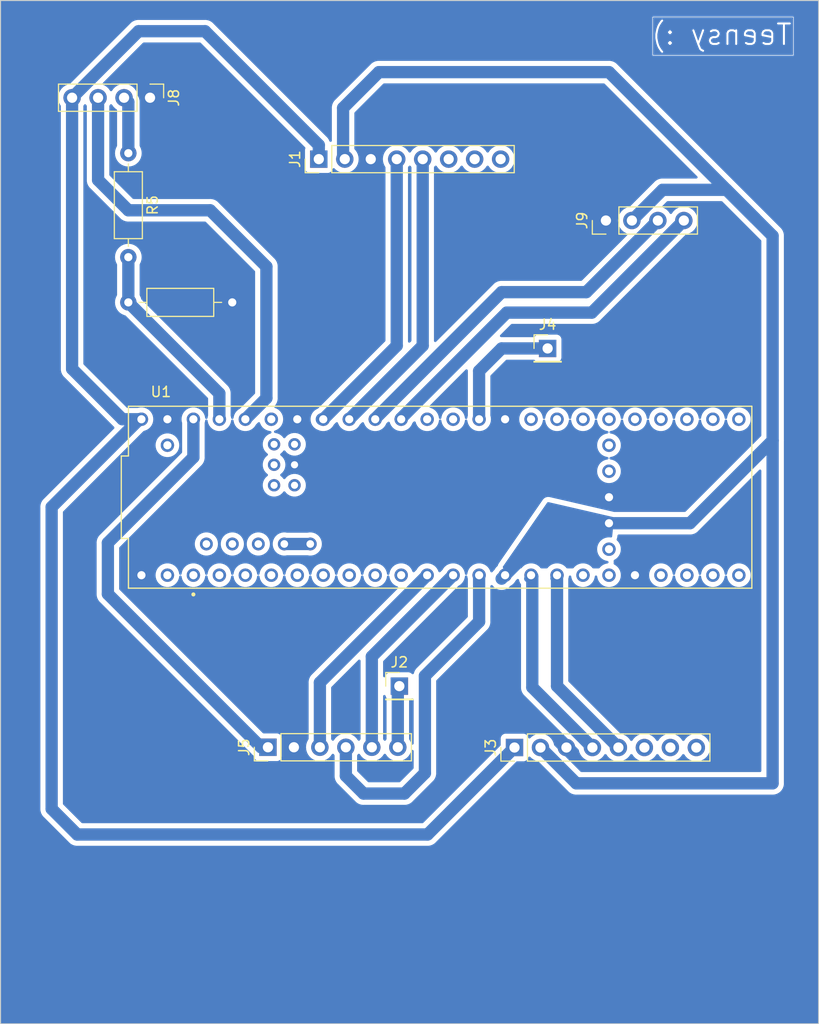
<source format=kicad_pcb>
(kicad_pcb (version 20221018) (generator pcbnew)
  (layers (0 "F.Cu" signal) (31 "B.Cu" signal) (34 "B.Paste" user) (35 "F.Paste" user) (36 "B.SilkS" user "B.Silkscreen") (37 "F.SilkS" user "F.Silkscreen") (38 "B.Mask" user) (39 "F.Mask" user) (44 "Edge.Cuts" user))
  (net 0 "")
  (net 1 "GND")
  (net 2 "5V")
  (net 3 "3V3")
  (net 4 "Net-(J5-Pin_3)")
  (net 5 "Net-(J5-Pin_4)")
  (net 6 "Net-(J5-Pin_5)")
  (net 7 "Net-(J8-Pin_2)")
  (net 8 "Net-(J8-Pin_3)")
  (net 21 "Net-(U1-USB_GND-PadUSB_GND1)")
  (net 34 "Net-(U1-A9)")
  (net 49 "Net-(J1-Pin_4)")
  (net 53 "Net-(J2-Pin_1)")
  (net 54 "Net-(J4-Pin_1)")
  (net 55 "Net-(J9-Pin_3)")
  (net 56 "Net-(J9-Pin_4)")
  (net 58 "unconnected-(U1-CTX3-Pad31)")
  (net 59 "Net-(J1-Pin_5)")
  (net 60 "Net-(J3-Pin_4)")
  (net 61 "Net-(J3-Pin_5)")
  (footprint "Connector_PinHeader_2.54mm:PinHeader_1x06_P2.54mm_Vertical" (layer "F.Cu") (at -23.8502 23.4748 90)
    (fp_text reference "J5" (at 0 -2.33 90) (layer "F.SilkS"))
    (fp_text value "Conn_01x06_Socket" hide)
    (fp_line (start -1.33 -1.33) (end 0 -1.33) (stroke (width 0.12)) (layer "F.SilkS"))
    (fp_line (start -1.33 0) (end -1.33 -1.33) (stroke (width 0.12)) (layer "F.SilkS"))
    (fp_line (start -1.33 1.27) (end -1.33 14.03) (stroke (width 0.12)) (layer "F.SilkS"))
    (fp_line (start -1.33 1.27) (end 1.33 1.27) (stroke (width 0.12)) (layer "F.SilkS"))
    (fp_line (start -1.33 14.03) (end 1.33 14.03) (stroke (width 0.12)) (layer "F.SilkS"))
    (fp_line (start 1.33 1.27) (end 1.33 14.03) (stroke (width 0.12)) (layer "F.SilkS"))
    (pad "1" thru_hole rect (at 0 0 90) (size 1.7 1.7) (drill 1) (layers "*.Cu" "*.Mask") (net 3 "3V3"))
    (pad "2" thru_hole oval (at 0 2.54 90) (size 1.7 1.7) (drill 1) (layers "*.Cu" "*.Mask") (net 1 "GND"))
    (pad "3" thru_hole oval (at 0 5.08 90) (size 1.7 1.7) (drill 1) (layers "*.Cu" "*.Mask") (net 4 "Net-(J5-Pin_3)"))
    (pad "4" thru_hole oval (at 0 7.62 90) (size 1.7 1.7) (drill 1) (layers "*.Cu" "*.Mask") (net 5 "Net-(J5-Pin_4)"))
    (pad "5" thru_hole oval (at 0 10.16 90) (size 1.7 1.7) (drill 1) (layers "*.Cu" "*.Mask") (net 6 "Net-(J5-Pin_5)"))
    (pad "6" thru_hole oval (at 0 12.7 90) (size 1.7 1.7) (drill 1) (layers "*.Cu" "*.Mask") (net 53 "Net-(J2-Pin_1)"))
  )
  (footprint "DEV-16771:MODULE_DEV-16771" (layer "F.Cu") (at -7.01 -0.96)
    (fp_text reference "U1" (at -27.305 -10.295) (layer "F.SilkS"))
    (fp_text value "DEV-16771")
    (fp_line (start -31.18 4.03) (end -31.18 -4.03) (stroke (width 0.127)) (layer "F.SilkS"))
    (fp_line (start -30.48 -8.89) (end -30.48 -4.03) (stroke (width 0.127)) (layer "F.SilkS"))
    (fp_line (start -30.48 -8.89) (end 30.48 -8.89) (stroke (width 0.127)) (layer "F.SilkS"))
    (fp_line (start -30.48 -4.03) (end -31.18 -4.03) (stroke (width 0.127)) (layer "F.SilkS"))
    (fp_line (start -30.48 4.03) (end -31.18 4.03) (stroke (width 0.127)) (layer "F.SilkS"))
    (fp_line (start -30.48 8.89) (end -30.48 4.03) (stroke (width 0.127)) (layer "F.SilkS"))
    (fp_line (start 30.48 -8.89) (end 30.48 8.89) (stroke (width 0.127)) (layer "F.SilkS"))
    (fp_line (start 30.48 8.89) (end -30.48 8.89) (stroke (width 0.127)) (layer "F.SilkS"))
    (fp_circle (center -24.13 9.5) (end -24.03 9.5) (stroke (width 0.2)) (fill none) (layer "F.SilkS"))
    (pad "0" thru_hole circle (at -26.67 7.62) (size 1.308 1.308) (drill 0.8) (layers "*.Cu" "*.Mask"))
    (pad "1" thru_hole circle (at -24.13 7.62) (size 1.308 1.308) (drill 0.8) (layers "*.Cu" "*.Mask"))
    (pad "2" thru_hole circle (at -21.59 7.62) (size 1.308 1.308) (drill 0.8) (layers "*.Cu" "*.Mask"))
    (pad "3" thru_hole circle (at -19.05 7.62) (size 1.308 1.308) (drill 0.8) (layers "*.Cu" "*.Mask"))
    (pad "3.3V_1" thru_hole circle (at 6.35 7.62) (size 1.308 1.308) (drill 0.8) (layers "*.Cu" "*.Mask") (net 3 "3V3"))
    (pad "3.3V_2" thru_hole circle (at -24.13 -7.62) (size 1.308 1.308) (drill 0.8) (layers "*.Cu" "*.Mask") (net 3 "3V3"))
    (pad "3.3V_3" thru_hole circle (at 16.51 2.54) (size 1.308 1.308) (drill 0.8) (layers "*.Cu" "*.Mask") (net 3 "3V3"))
    (pad "4" thru_hole circle (at -16.51 7.62) (size 1.308 1.308) (drill 0.8) (layers "*.Cu" "*.Mask"))
    (pad "5" thru_hole circle (at -13.97 7.62) (size 1.308 1.308) (drill 0.8) (layers "*.Cu" "*.Mask"))
    (pad "5V" thru_hole circle (at -22.86 4.57) (size 1.258 1.258) (drill 0.75) (layers "*.Cu" "*.Mask"))
    (pad "6" thru_hole circle (at -11.43 7.62) (size 1.308 1.308) (drill 0.8) (layers "*.Cu" "*.Mask"))
    (pad "7" thru_hole circle (at -8.89 7.62) (size 1.308 1.308) (drill 0.8) (layers "*.Cu" "*.Mask"))
    (pad "8" thru_hole circle (at -6.35 7.62) (size 1.308 1.308) (drill 0.8) (layers "*.Cu" "*.Mask"))
    (pad "9" thru_hole circle (at -3.81 7.62) (size 1.308 1.308) (drill 0.8) (layers "*.Cu" "*.Mask"))
    (pad "10" thru_hole circle (at -1.27 7.62) (size 1.308 1.308) (drill 0.8) (layers "*.Cu" "*.Mask") (net 4 "Net-(J5-Pin_3)"))
    (pad "11" thru_hole circle (at 1.27 7.62) (size 1.308 1.308) (drill 0.8) (layers "*.Cu" "*.Mask") (net 6 "Net-(J5-Pin_5)"))
    (pad "12" thru_hole circle (at 3.81 7.62) (size 1.308 1.308) (drill 0.8) (layers "*.Cu" "*.Mask") (net 5 "Net-(J5-Pin_4)"))
    (pad "13" thru_hole circle (at 3.81 -7.62) (size 1.308 1.308) (drill 0.8) (layers "*.Cu" "*.Mask") (net 54 "Net-(J4-Pin_1)"))
    (pad "14" thru_hole circle (at 1.27 -7.62) (size 1.308 1.308) (drill 0.8) (layers "*.Cu" "*.Mask"))
    (pad "15" thru_hole circle (at -1.27 -7.62) (size 1.308 1.308) (drill 0.8) (layers "*.Cu" "*.Mask"))
    (pad "16" thru_hole circle (at -3.81 -7.62) (size 1.308 1.308) (drill 0.8) (layers "*.Cu" "*.Mask") (net 56 "Net-(J9-Pin_4)"))
    (pad "17" thru_hole circle (at -6.35 -7.62) (size 1.308 1.308) (drill 0.8) (layers "*.Cu" "*.Mask") (net 55 "Net-(J9-Pin_3)"))
    (pad "18" thru_hole circle (at -8.89 -7.62) (size 1.308 1.308) (drill 0.8) (layers "*.Cu" "*.Mask") (net 59 "Net-(J1-Pin_5)"))
    (pad "19" thru_hole circle (at -11.43 -7.62) (size 1.308 1.308) (drill 0.8) (layers "*.Cu" "*.Mask") (net 49 "Net-(J1-Pin_4)"))
    (pad "20" thru_hole circle (at -13.97 -7.62) (size 1.308 1.308) (drill 0.8) (layers "*.Cu" "*.Mask") (net 1 "GND"))
    (pad "21" thru_hole circle (at -16.51 -7.62) (size 1.308 1.308) (drill 0.8) (layers "*.Cu" "*.Mask"))
    (pad "22" thru_hole circle (at -19.05 -7.62) (size 1.308 1.308) (drill 0.8) (layers "*.Cu" "*.Mask") (net 8 "Net-(J8-Pin_3)"))
    (pad "23" thru_hole circle (at -21.59 -7.62) (size 1.308 1.308) (drill 0.8) (layers "*.Cu" "*.Mask") (net 34 "Net-(U1-A9)"))
    (pad "24" thru_hole circle (at 8.89 7.62) (size 1.308 1.308) (drill 0.8) (layers "*.Cu" "*.Mask") (net 60 "Net-(J3-Pin_4)"))
    (pad "25" thru_hole circle (at 11.43 7.62) (size 1.308 1.308) (drill 0.8) (layers "*.Cu" "*.Mask") (net 61 "Net-(J3-Pin_5)"))
    (pad "26" thru_hole circle (at 13.97 7.62) (size 1.308 1.308) (drill 0.8) (layers "*.Cu" "*.Mask"))
    (pad "27" thru_hole circle (at 16.51 7.62) (size 1.308 1.308) (drill 0.8) (layers "*.Cu" "*.Mask"))
    (pad "28" thru_hole circle (at 19.05 7.62) (size 1.308 1.308) (drill 0.8) (layers "*.Cu" "*.Mask") (net 1 "GND"))
    (pad "29" thru_hole circle (at 21.59 7.62) (size 1.308 1.308) (drill 0.8) (layers "*.Cu" "*.Mask"))
    (pad "30" thru_hole circle (at 24.13 7.62) (size 1.308 1.308) (drill 0.8) (layers "*.Cu" "*.Mask"))
    (pad "31" thru_hole circle (at 26.67 7.62) (size 1.308 1.308) (drill 0.8) (layers "*.Cu" "*.Mask") (net 58 "unconnected-(U1-CTX3-Pad31)"))
    (pad "32" thru_hole circle (at 29.21 7.62) (size 1.308 1.308) (drill 0.8) (layers "*.Cu" "*.Mask"))
    (pad "33" thru_hole circle (at 29.21 -7.62) (size 1.308 1.308) (drill 0.8) (layers "*.Cu" "*.Mask"))
    (pad "34" thru_hole circle (at 26.67 -7.62) (size 1.308 1.308) (drill 0.8) (layers "*.Cu" "*.Mask"))
    (pad "35" thru_hole circle (at 24.13 -7.62) (size 1.308 1.308) (drill 0.8) (layers "*.Cu" "*.Mask"))
    (pad "36" thru_hole circle (at 21.59 -7.62) (size 1.308 1.308) (drill 0.8) (layers "*.Cu" "*.Mask"))
    (pad "37" thru_hole circle (at 19.05 -7.62) (size 1.308 1.308) (drill 0.8) (layers "*.Cu" "*.Mask"))
    (pad "38" thru_hole circle (at 16.51 -7.62) (size 1.308 1.308) (drill 0.8) (layers "*.Cu" "*.Mask"))
    (pad "39" thru_hole circle (at 13.97 -7.62) (size 1.308 1.308) (drill 0.8) (layers "*.Cu" "*.Mask"))
    (pad "40" thru_hole circle (at 11.43 -7.62) (size 1.308 1.308) (drill 0.8) (layers "*.Cu" "*.Mask"))
    (pad "41" thru_hole circle (at 8.89 -7.62) (size 1.308 1.308) (drill 0.8) (layers "*.Cu" "*.Mask"))
    (pad "D+" thru_hole circle (at -17.78 4.57) (size 1.258 1.258) (drill 0.75) (layers "*.Cu" "*.Mask"))
    (pad "D-" thru_hole circle (at -20.32 4.57) (size 1.258 1.258) (drill 0.75) (layers "*.Cu" "*.Mask"))
    (pad "GND1" thru_hole circle (at -29.21 7.62) (size 1.308 1.308) (drill 0.8) (layers "*.Cu" "*.Mask") (net 1 "GND"))
    (pad "GND2" thru_hole circle (at 6.35 -7.62) (size 1.308 1.308) (drill 0.8) (layers "*.Cu" "*.Mask") (net 1 "GND"))
    (pad "GND3" thru_hole circle (at -26.67 -7.62) (size 1.308 1.308) (drill 0.8) (layers "*.Cu" "*.Mask") (net 1 "GND"))
    (pad "GND4" thru_hole circle (at 16.51 0) (size 1.308 1.308) (drill 0.8) (layers "*.Cu" "*.Mask") (net 1 "GND"))
    (pad "GND5" thru_hole circle (at -14.24 -3.17) (size 1.208 1.208) (drill 0.7) (layers "*.Cu" "*.Mask") (net 1 "GND"))
    (pad "LED" thru_hole circle (at -16.24 -3.17) (size 1.208 1.208) (drill 0.7) (layers "*.Cu" "*.Mask"))
    (pad "ON/OFF" thru_hole circle (at 16.51 -5.08) (size 1.308 1.308) (drill 0.8) (layers "*.Cu" "*.Mask"))
    (pad "PROGRAM" thru_hole circle (at 16.51 -2.54) (size 1.308 1.308) (drill 0.8) (layers "*.Cu" "*.Mask"))
    (pad "R+" thru_hole circle (at -16.24 -5.17) (size 1.208 1.208) (drill 0.7) (layers "*.Cu" "*.Mask"))
    (pad "R-" thru_hole circle (at -14.24 -5.17) (size 1.208 1.208) (drill 0.7) (layers "*.Cu" "*.Mask"))
    (pad "T+" thru_hole circle (at -14.24 -1.17) (size 1.208 1.208) (drill 0.7) (layers "*.Cu" "*.Mask"))
    (pad "T-" thru_hole circle (at -16.24 -1.17) (size 1.208 1.208) (drill 0.7) (layers "*.Cu" "*.Mask"))
    (pad "USB_GND1" thru_hole circle (at -15.24 4.57) (size 1.258 1.258) (drill 0.75) (layers "*.Cu" "*.Mask") (net 21 "Net-(U1-USB_GND-PadUSB_GND1)"))
    (pad "USB_GND2" thru_hole circle (at -12.7 4.57) (size 1.258 1.258) (drill 0.75) (layers "*.Cu" "*.Mask") (net 21 "Net-(U1-USB_GND-PadUSB_GND1)"))
    (pad "VBAT" thru_hole circle (at 16.51 5.08) (size 1.308 1.308) (drill 0.8) (layers "*.Cu" "*.Mask"))
    (pad "VIN" thru_hole circle (at -29.21 -7.62) (size 1.308 1.308) (drill 0.8) (layers "*.Cu" "*.Mask") (net 2 "5V"))
    (pad "VUSB" thru_hole circle (at -26.67 -5.08) (size 1.308 1.308) (drill 0.8) (layers "*.Cu" "*.Mask"))
  )
  (footprint "Resistor_THT:R_Axial_DIN0207_L6.3mm_D2.5mm_P10.16mm_Horizontal" (layer "F.Cu") (at -37.5 -20)
    (fp_text reference "R6" hide)
    (fp_text value "R_US")
    (fp_line (start 1.04 0) (end 1.81 0) (stroke (width 0.12)) (layer "F.SilkS"))
    (fp_line (start 1.81 -1.37) (end 1.81 1.37) (stroke (width 0.12)) (layer "F.SilkS"))
    (fp_line (start 1.81 1.37) (end 8.35 1.37) (stroke (width 0.12)) (layer "F.SilkS"))
    (fp_line (start 8.35 -1.37) (end 1.81 -1.37) (stroke (width 0.12)) (layer "F.SilkS"))
    (fp_line (start 8.35 1.37) (end 8.35 -1.37) (stroke (width 0.12)) (layer "F.SilkS"))
    (fp_line (start 9.12 0) (end 8.35 0) (stroke (width 0.12)) (layer "F.SilkS"))
    (pad "1" thru_hole circle (at 0 0) (size 1.6 1.6) (drill 0.8) (layers "*.Cu" "*.Mask") (net 34 "Net-(U1-A9)"))
    (pad "2" thru_hole oval (at 10.16 0) (size 1.6 1.6) (drill 0.8) (layers "*.Cu" "*.Mask") (net 1 "GND"))
  )
  (footprint "Connector_PinHeader_2.54mm:PinHeader_1x01_P2.54mm_Vertical" (layer "F.Cu") (at -11 17.5)
    (fp_text reference "J2" (at 0 -2.33) (layer "F.SilkS"))
    (fp_text value "Conn_01x01_Pin")
    (fp_line (start -1.33 -1.33) (end 0 -1.33) (stroke (width 0.12)) (layer "F.SilkS"))
    (fp_line (start -1.33 0) (end -1.33 -1.33) (stroke (width 0.12)) (layer "F.SilkS"))
    (fp_line (start -1.33 1.27) (end -1.33 1.33) (stroke (width 0.12)) (layer "F.SilkS"))
    (fp_line (start -1.33 1.27) (end 1.33 1.27) (stroke (width 0.12)) (layer "F.SilkS"))
    (fp_line (start -1.33 1.33) (end 1.33 1.33) (stroke (width 0.12)) (layer "F.SilkS"))
    (fp_line (start 1.33 1.27) (end 1.33 1.33) (stroke (width 0.12)) (layer "F.SilkS"))
    (pad "1" thru_hole rect (at 0 0) (size 1.7 1.7) (drill 1) (layers "*.Cu" "*.Mask") (net 53 "Net-(J2-Pin_1)"))
  )
  (footprint "Connector_PinHeader_2.54mm:PinHeader_1x04_P2.54mm_Vertical" (layer "F.Cu") (at -35.38 -40 -90)
    (fp_text reference "J8" (at 0 -2.33 90) (layer "F.SilkS"))
    (fp_text value "Conn_01x04_Socket")
    (fp_line (start -1.33 -1.33) (end 0 -1.33) (stroke (width 0.12)) (layer "F.SilkS"))
    (fp_line (start -1.33 0) (end -1.33 -1.33) (stroke (width 0.12)) (layer "F.SilkS"))
    (fp_line (start -1.33 1.27) (end -1.33 8.95) (stroke (width 0.12)) (layer "F.SilkS"))
    (fp_line (start -1.33 1.27) (end 1.33 1.27) (stroke (width 0.12)) (layer "F.SilkS"))
    (fp_line (start -1.33 8.95) (end 1.33 8.95) (stroke (width 0.12)) (layer "F.SilkS"))
    (fp_line (start 1.33 1.27) (end 1.33 8.95) (stroke (width 0.12)) (layer "F.SilkS"))
    (pad "1" thru_hole rect (at 0 0 270) (size 1.7 1.7) (drill 1) (layers "*.Cu" "*.Mask") (net 1 "GND"))
    (pad "2" thru_hole oval (at 0 2.54 270) (size 1.7 1.7) (drill 1) (layers "*.Cu" "*.Mask") (net 7 "Net-(J8-Pin_2)"))
    (pad "3" thru_hole oval (at 0 5.08 270) (size 1.7 1.7) (drill 1) (layers "*.Cu" "*.Mask") (net 8 "Net-(J8-Pin_3)"))
    (pad "4" thru_hole oval (at 0 7.62 270) (size 1.7 1.7) (drill 1) (layers "*.Cu" "*.Mask") (net 2 "5V"))
  )
  (footprint "Connector_PinHeader_2.54mm:PinHeader_1x01_P2.54mm_Vertical" (layer "F.Cu") (at 3.5 -15.5)
    (fp_text reference "J4" (at 0 -2.33) (layer "F.SilkS"))
    (fp_text value "Conn_01x01_Pin")
    (fp_line (start -1.33 -1.33) (end 0 -1.33) (stroke (width 0.12)) (layer "F.SilkS"))
    (fp_line (start -1.33 0) (end -1.33 -1.33) (stroke (width 0.12)) (layer "F.SilkS"))
    (fp_line (start -1.33 1.27) (end -1.33 1.33) (stroke (width 0.12)) (layer "F.SilkS"))
    (fp_line (start -1.33 1.27) (end 1.33 1.27) (stroke (width 0.12)) (layer "F.SilkS"))
    (fp_line (start -1.33 1.33) (end 1.33 1.33) (stroke (width 0.12)) (layer "F.SilkS"))
    (fp_line (start 1.33 1.27) (end 1.33 1.33) (stroke (width 0.12)) (layer "F.SilkS"))
    (pad "1" thru_hole rect (at 0 0) (size 1.7 1.7) (drill 1) (layers "*.Cu" "*.Mask") (net 54 "Net-(J4-Pin_1)"))
  )
  (footprint "Connector_PinHeader_2.54mm:PinHeader_1x08_P2.54mm_Vertical" (layer "F.Cu") (at -18.875 -34 90)
    (fp_text reference "J1" (at 0 -2.33 90) (layer "F.SilkS"))
    (fp_text value "Conn_01x08_Socket")
    (fp_line (start -1.33 -1.33) (end 0 -1.33) (stroke (width 0.12)) (layer "F.SilkS"))
    (fp_line (start -1.33 0) (end -1.33 -1.33) (stroke (width 0.12)) (layer "F.SilkS"))
    (fp_line (start -1.33 1.27) (end -1.33 19.11) (stroke (width 0.12)) (layer "F.SilkS"))
    (fp_line (start -1.33 1.27) (end 1.33 1.27) (stroke (width 0.12)) (layer "F.SilkS"))
    (fp_line (start -1.33 19.11) (end 1.33 19.11) (stroke (width 0.12)) (layer "F.SilkS"))
    (fp_line (start 1.33 1.27) (end 1.33 19.11) (stroke (width 0.12)) (layer "F.SilkS"))
    (pad "1" thru_hole rect (at 0 0 90) (size 1.7 1.7) (drill 1) (layers "*.Cu" "*.Mask") (net 2 "5V"))
    (pad "2" thru_hole oval (at 0 2.54 90) (size 1.7 1.7) (drill 1) (layers "*.Cu" "*.Mask") (net 3 "3V3"))
    (pad "3" thru_hole oval (at 0 5.08 90) (size 1.7 1.7) (drill 1) (layers "*.Cu" "*.Mask") (net 1 "GND"))
    (pad "4" thru_hole oval (at 0 7.62 90) (size 1.7 1.7) (drill 1) (layers "*.Cu" "*.Mask") (net 49 "Net-(J1-Pin_4)"))
    (pad "5" thru_hole oval (at 0 10.16 90) (size 1.7 1.7) (drill 1) (layers "*.Cu" "*.Mask") (net 59 "Net-(J1-Pin_5)"))
    (pad "6" thru_hole oval (at 0 12.7 90) (size 1.7 1.7) (drill 1) (layers "*.Cu" "*.Mask"))
    (pad "7" thru_hole oval (at 0 15.24 90) (size 1.7 1.7) (drill 1) (layers "*.Cu" "*.Mask"))
    (pad "8" thru_hole oval (at 0 17.78 90) (size 1.7 1.7) (drill 1) (layers "*.Cu" "*.Mask"))
  )
  (footprint "Connector_PinHeader_2.54mm:PinHeader_1x08_P2.54mm_Vertical" (layer "F.Cu") (at 0.26 23.5 90)
    (fp_text reference "J3" (at 0 -2.33 90) (layer "F.SilkS"))
    (fp_text value "Conn_01x08_Socket")
    (fp_line (start -1.33 -1.33) (end 0 -1.33) (stroke (width 0.12)) (layer "F.SilkS"))
    (fp_line (start -1.33 0) (end -1.33 -1.33) (stroke (width 0.12)) (layer "F.SilkS"))
    (fp_line (start -1.33 1.27) (end -1.33 19.11) (stroke (width 0.12)) (layer "F.SilkS"))
    (fp_line (start -1.33 1.27) (end 1.33 1.27) (stroke (width 0.12)) (layer "F.SilkS"))
    (fp_line (start -1.33 19.11) (end 1.33 19.11) (stroke (width 0.12)) (layer "F.SilkS"))
    (fp_line (start 1.33 1.27) (end 1.33 19.11) (stroke (width 0.12)) (layer "F.SilkS"))
    (pad "1" thru_hole rect (at 0 0 90) (size 1.7 1.7) (drill 1) (layers "*.Cu" "*.Mask") (net 2 "5V"))
    (pad "2" thru_hole oval (at 0 2.54 90) (size 1.7 1.7) (drill 1) (layers "*.Cu" "*.Mask") (net 3 "3V3"))
    (pad "3" thru_hole oval (at 0 5.08 90) (size 1.7 1.7) (drill 1) (layers "*.Cu" "*.Mask") (net 1 "GND"))
    (pad "4" thru_hole oval (at 0 7.62 90) (size 1.7 1.7) (drill 1) (layers "*.Cu" "*.Mask") (net 60 "Net-(J3-Pin_4)"))
    (pad "5" thru_hole oval (at 0 10.16 90) (size 1.7 1.7) (drill 1) (layers "*.Cu" "*.Mask") (net 61 "Net-(J3-Pin_5)"))
    (pad "6" thru_hole oval (at 0 12.7 90) (size 1.7 1.7) (drill 1) (layers "*.Cu" "*.Mask"))
    (pad "7" thru_hole oval (at 0 15.24 90) (size 1.7 1.7) (drill 1) (layers "*.Cu" "*.Mask"))
    (pad "8" thru_hole oval (at 0 17.78 90) (size 1.7 1.7) (drill 1) (layers "*.Cu" "*.Mask"))
  )
  (footprint "Resistor_THT:R_Axial_DIN0207_L6.3mm_D2.5mm_P10.16mm_Horizontal" (layer "F.Cu") (at -37.5 -34.58 -90)
    (fp_text reference "R5" (at 5.08 -2.37 90) (layer "F.SilkS"))
    (fp_text value "R_US")
    (fp_line (start 1.04 0) (end 1.81 0) (stroke (width 0.12)) (layer "F.SilkS"))
    (fp_line (start 1.81 -1.37) (end 1.81 1.37) (stroke (width 0.12)) (layer "F.SilkS"))
    (fp_line (start 1.81 1.37) (end 8.35 1.37) (stroke (width 0.12)) (layer "F.SilkS"))
    (fp_line (start 8.35 -1.37) (end 1.81 -1.37) (stroke (width 0.12)) (layer "F.SilkS"))
    (fp_line (start 8.35 1.37) (end 8.35 -1.37) (stroke (width 0.12)) (layer "F.SilkS"))
    (fp_line (start 9.12 0) (end 8.35 0) (stroke (width 0.12)) (layer "F.SilkS"))
    (pad "1" thru_hole circle (at 0 0 270) (size 1.6 1.6) (drill 0.8) (layers "*.Cu" "*.Mask") (net 7 "Net-(J8-Pin_2)"))
    (pad "2" thru_hole oval (at 10.16 0 270) (size 1.6 1.6) (drill 0.8) (layers "*.Cu" "*.Mask") (net 34 "Net-(U1-A9)"))
  )
  (footprint "Connector_PinHeader_2.54mm:PinHeader_1x04_P2.54mm_Vertical" (layer "F.Cu") (at 9.2 -28 90)
    (fp_text reference "J9" (at 0 -2.33 90) (layer "F.SilkS"))
    (fp_text value "Conn_01x04_Socket")
    (fp_line (start -1.33 -1.33) (end 0 -1.33) (stroke (width 0.12)) (layer "F.SilkS"))
    (fp_line (start -1.33 0) (end -1.33 -1.33) (stroke (width 0.12)) (layer "F.SilkS"))
    (fp_line (start -1.33 1.27) (end -1.33 8.95) (stroke (width 0.12)) (layer "F.SilkS"))
    (fp_line (start -1.33 1.27) (end 1.33 1.27) (stroke (width 0.12)) (layer "F.SilkS"))
    (fp_line (start -1.33 8.95) (end 1.33 8.95) (stroke (width 0.12)) (layer "F.SilkS"))
    (fp_line (start 1.33 1.27) (end 1.33 8.95) (stroke (width 0.12)) (layer "F.SilkS"))
    (pad "1" thru_hole rect (at 0 0 90) (size 1.7 1.7) (drill 1) (layers "*.Cu" "*.Mask") (net 1 "GND"))
    (pad "2" thru_hole oval (at 0 2.54 90) (size 1.7 1.7) (drill 1) (layers "*.Cu" "*.Mask") (net 3 "3V3"))
    (pad "3" thru_hole oval (at 0 5.08 90) (size 1.7 1.7) (drill 1) (layers "*.Cu" "*.Mask") (net 55 "Net-(J9-Pin_3)"))
    (pad "4" thru_hole oval (at 0 7.62 90) (size 1.7 1.7) (drill 1) (layers "*.Cu" "*.Mask") (net 56 "Net-(J9-Pin_4)"))
  )
  (gr_line (start -50 -49.5) (end 30 -49.5) (stroke (width 0.1)) (layer "Edge.Cuts"))
  (gr_line (start 30 50.5) (end -50 50.5) (stroke (width 0.1)) (layer "Edge.Cuts"))
  (gr_line (start -50 50.5) (end -50 -49.5) (stroke (width 0.1)) (layer "Edge.Cuts"))
  (gr_line (start 30 -49.5) (end 30 50.5) (stroke (width 0.1)) (layer "Edge.Cuts"))
  (gr_text "Teensy :)" (at 27.5 -45) (layer "B.Cu" knockout) (effects (font (size 2 2) (thickness 0.2) bold) (justify left bottom mirror)))
  (segment (start -8.24 32) (end 0.26 23.5) (width 1.2) (layer "B.Cu") (net 2))
  (segment (start -38.08 -8.58) (end -36.22 -8.58) (width 1.2) (layer "B.Cu") (net 2))
  (segment (start -43 -40) (end -43 -13.5) (width 1.2) (layer "B.Cu") (net 2))
  (segment (start -45 0) (end -45 29.5) (width 1.2) (layer "B.Cu") (net 2))
  (segment (start -36.42 -8.58) (end -45 0) (width 1.2) (layer "B.Cu") (net 2))
  (segment (start -18.875 -35.375) (end -18.875 -34) (width 1.2) (layer "B.Cu") (net 2))
  (segment (start -36.22 -8.58) (end -36.42 -8.58) (width 1.2) (layer "B.Cu") (net 2))
  (segment (start -43 -13.5) (end -38.08 -8.58) (width 1.2) (layer "B.Cu") (net 2))
  (segment (start -30 -46.5) (end -18.875 -35.375) (width 1.2) (layer "B.Cu") (net 2))
  (segment (start -42.5 32) (end -8.24 32) (width 1.2) (layer "B.Cu") (net 2))
  (segment (start -45 29.5) (end -42.5 32) (width 1.2) (layer "B.Cu") (net 2))
  (segment (start -43 -40) (end -36.5 -46.5) (width 1.2) (layer "B.Cu") (net 2))
  (segment (start -36.5 -46.5) (end -30 -46.5) (width 1.2) (layer "B.Cu") (net 2))
  (segment (start -24.5252 23.4748) (end -23.8502 23.4748) (width 1.2) (layer "B.Cu") (net 3))
  (segment (start -39.5 3.5) (end -39.5 8.5) (width 1.2) (layer "B.Cu") (net 3))
  (segment (start 21 -31) (end 14.74 -31) (width 1.2) (layer "B.Cu") (net 3))
  (segment (start -16.5 -34.165) (end -16.5 -39) (width 1.2) (layer "B.Cu") (net 3))
  (segment (start -39.5 8.5) (end -24.5252 23.4748) (width 1.2) (layer "B.Cu") (net 3))
  (segment (start 21 -31) (end 23.75 -28.25) (width 1.2) (layer "B.Cu") (net 3))
  (segment (start -13 -42.5) (end 9.5 -42.5) (width 1.2) (layer "B.Cu") (net 3))
  (segment (start 14.74 -31) (end 11.74 -28) (width 1.2) (layer "B.Cu") (net 3))
  (segment (start 17.42 1.58) (end 9.5 1.58) (width 1.2) (layer "B.Cu") (net 3))
  (segment (start -31.14 -4.86) (end -39.5 3.5) (width 1.2) (layer "B.Cu") (net 3))
  (segment (start 4.42 1.58) (end 9.5 1.58) (width 1.2) (layer "B.Cu") (net 3))
  (segment (start 23.75 -28.25) (end 25.5 -26.5) (width 1.2) (layer "B.Cu") (net 3))
  (segment (start 25.5 -6.5) (end 17.42 1.58) (width 1.2) (layer "B.Cu") (net 3))
  (segment (start -16.5 -39) (end -13 -42.5) (width 1.2) (layer "B.Cu") (net 3))
  (segment (start 25.5 -6.5) (end 25.5 27) (width 1.2) (layer "B.Cu") (net 3))
  (segment (start -0.66 6.66) (end 4.42 1.58) (width 1.2) (layer "B.Cu") (net 3))
  (segment (start 25.5 27) (end 6.3 27) (width 1.2) (layer "B.Cu") (net 3))
  (segment (start -1 7) (end -0.66 6.66) (width 1.2) (layer "B.Cu") (net 3))
  (segment (start 6.3 27) (end 2.8 23.5) (width 1.2) (layer "B.Cu") (net 3))
  (segment (start 9.5 -42.5) (end 23.75 -28.25) (width 1.2) (layer "B.Cu") (net 3))
  (segment (start 25.5 -26.5) (end 25.5 -6.5) (width 1.2) (layer "B.Cu") (net 3))
  (segment (start -0.9394 6.9394) (end -0.66 6.66) (width 0.7) (layer "B.Cu") (net 3))
  (segment (start -31.14 -8.58) (end -31.14 -4.86) (width 1.2) (layer "B.Cu") (net 3))
  (segment (start -23.8502 23.4748) (end -24.5868 23.4748) (width 0.7) (layer "B.Cu") (net 3))
  (segment (start -16.335 -34) (end -16.5 -34.165) (width 1.2) (layer "B.Cu") (net 3))
  (segment (start -8.28 6.72) (end -8.28 6.66) (width 0.7) (layer "B.Cu") (net 4))
  (segment (start -8.2038 6.7362) (end -8.28 6.66) (width 0.7) (layer "B.Cu") (net 4))
  (segment (start -18.7702 17.1502) (end -8.28 6.66) (width 1.2) (layer "B.Cu") (net 4))
  (segment (start -18.7702 23.4748) (end -18.7702 17.1502) (width 1.2) (layer "B.Cu") (net 4))
  (segment (start -8.5 16.5) (end -3.2 11.2) (width 1.2) (layer "B.Cu") (net 5))
  (segment (start -3.2 11.2) (end -3.2 6.66) (width 1.2) (layer "B.Cu") (net 5))
  (segment (start -16.2302 26.2698) (end -14.5 28) (width 1.2) (layer "B.Cu") (net 5))
  (segment (start -8.5 26) (end -8.5 16.5) (width 1.2) (layer "B.Cu") (net 5))
  (segment (start -10.5 28) (end -8.5 26) (width 1.2) (layer "B.Cu") (net 5))
  (segment (start -14.5 28) (end -10.5 28) (width 1.2) (layer "B.Cu") (net 5))
  (segment (start -16.2302 23.4748) (end -16.2302 26.2698) (width 1.2) (layer "B.Cu") (net 5))
  (segment (start -13.6902 14.6102) (end -5.74 6.66) (width 1.2) (layer "B.Cu") (net 6))
  (segment (start -13.6902 23.4748) (end -13.6902 14.6102) (width 1.2) (layer "B.Cu") (net 6))
  (segment (start -37.5 -39.58) (end -37.92 -40) (width 1.2) (layer "B.Cu") (net 7))
  (segment (start -37.5 -34.58) (end -37.5 -39.58) (width 1.2) (layer "B.Cu") (net 7))
  (segment (start -24 -10.64) (end -24 -23.5) (width 1.2) (layer "B.Cu") (net 8))
  (segment (start -40.46 -31.96) (end -40.46 -40) (width 1.2) (layer "B.Cu") (net 8))
  (segment (start -26.06 -8.58) (end -24 -10.64) (width 1.2) (layer "B.Cu") (net 8))
  (segment (start -29.5 -29) (end -37.5 -29) (width 1.2) (layer "B.Cu") (net 8))
  (segment (start -24 -23.5) (end -29.5 -29) (width 1.2) (layer "B.Cu") (net 8))
  (segment (start -37.5 -29) (end -40.46 -31.96) (width 1.2) (layer "B.Cu") (net 8))
  (segment (start -22.25 3.61) (end -19.71 3.61) (width 1.2) (layer "B.Cu") (net 21))
  (segment (start -28.6 -11.1) (end -37.5 -20) (width 1.2) (layer "B.Cu") (net 34))
  (segment (start -37.5 -24.42) (end -37.5 -20) (width 1.2) (layer "B.Cu") (net 34))
  (segment (start -28.6 -8.58) (end -28.6 -11.1) (width 1.2) (layer "B.Cu") (net 34))
  (segment (start -11.255 -34) (end -11.255 -15.765) (width 1.2) (layer "B.Cu") (net 49))
  (segment (start -11.255 -15.765) (end -18.44 -8.58) (width 1.2) (layer "B.Cu") (net 49))
  (segment (start -18.44 -8.58) (end -18.58 -8.58) (width 1.2) (layer "B.Cu") (net 49))
  (segment (start -11.1502 23.4748) (end -11.1502 17.6502) (width 1.2) (layer "B.Cu") (net 53))
  (segment (start -11.1502 17.6502) (end -11 17.5) (width 1.2) (layer "B.Cu") (net 53))
  (segment (start -3.2 -8.58) (end -3.2 -13.3) (width 1.2) (layer "B.Cu") (net 54))
  (segment (start -3.2 -13.3) (end -1 -15.5) (width 1.2) (layer "B.Cu") (net 54))
  (segment (start -1 -15.5) (end 3.5 -15.5) (width 1.2) (layer "B.Cu") (net 54))
  (segment (start -1 -21) (end 7.28 -21) (width 1.2) (layer "B.Cu") (net 55))
  (segment (start -13.36 -8.64) (end -1 -21) (width 1.2) (layer "B.Cu") (net 55))
  (segment (start -13.36 -8.58) (end -13.36 -8.64) (width 1.2) (layer "B.Cu") (net 55))
  (segment (start 7.28 -21) (end 14.28 -28) (width 1.2) (layer "B.Cu") (net 55))
  (segment (start -10.82 -8.68) (end -0.5 -19) (width 1.2) (layer "B.Cu") (net 56))
  (segment (start 7.82 -19) (end 16.82 -28) (width 1.2) (layer "B.Cu") (net 56))
  (segment (start -10.82 -8.58) (end -10.82 -8.68) (width 1.2) (layer "B.Cu") (net 56))
  (segment (start -0.5 -19) (end 7.82 -19) (width 1.2) (layer "B.Cu") (net 56))
  (segment (start 19.6854 6.6854) (end 19.66 6.66) (width 0.7) (layer "B.Cu") (net 58))
  (segment (start -8.715 -34) (end -8.715 -15.765) (width 1.2) (layer "B.Cu") (net 59))
  (segment (start -8.715 -15.765) (end -15.9 -8.58) (width 1.2) (layer "B.Cu") (net 59))
  (segment (start 2 6.78) (end 2 17.62) (width 1.2) (layer "B.Cu") (net 60))
  (segment (start 2 17.62) (end 7.88 23.5) (width 1.2) (layer "B.Cu") (net 60))
  (segment (start 1.5498 6.9902) (end 1.88 6.66) (width 0.7) (layer "B.Cu") (net 60))
  (segment (start 2 6.78) (end 1.88 6.66) (width 1.2) (layer "B.Cu") (net 60))
  (segment (start 4.1152 6.9648) (end 4.42 6.66) (width 0.7) (layer "B.Cu") (net 61))
  (segment (start 4.42 6.66) (end 4.42 17.5) (width 1.2) (layer "B.Cu") (net 61))
  (segment (start 4.42 17.5) (end 10.42 23.5) (width 1.2) (layer "B.Cu") (net 61))
  (zone (net 3) (net_name "3V3") (layer "B.Cu") (priority 1) (connect_pads yes (clearance 0.5)) (min_thickness 0.25) (fill yes (thermal_gap 0.5) (thermal_bridge_width 0.5))
    (polygon (pts (xy -1 6) (xy 9.5 6) (xy 10 1) (xy 3.5 -0.5)))
  )
  (zone (net 1) (net_name "GND") (layer "B.Cu") (connect_pads yes (clearance 0.5)) (min_thickness 0.25) (fill yes (thermal_gap 0.5) (thermal_bridge_width 0.5) (island_removal_mode 1) (island_area_min 10))
    (polygon (pts (xy -50 -49.5) (xy 30 -49.5) (xy 30 50.5) (xy -50 50.5)))
  )
)
</source>
